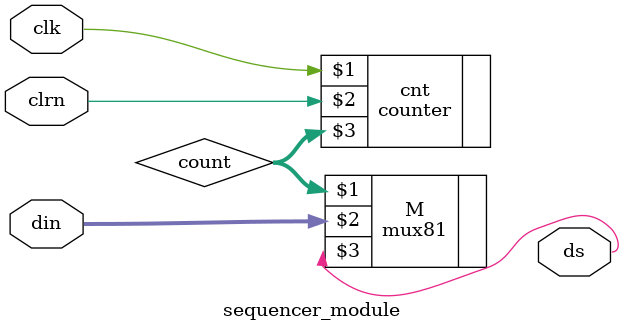
<source format=v>
module sequencer_module(clk,clrn,din,ds);
input [7:0] din;
input clk ,clrn;
output ds;
wire [2:0] count;
counter  cnt(clk,clrn,count);
mux81 M(count ,din, ds );
endmodule

</source>
